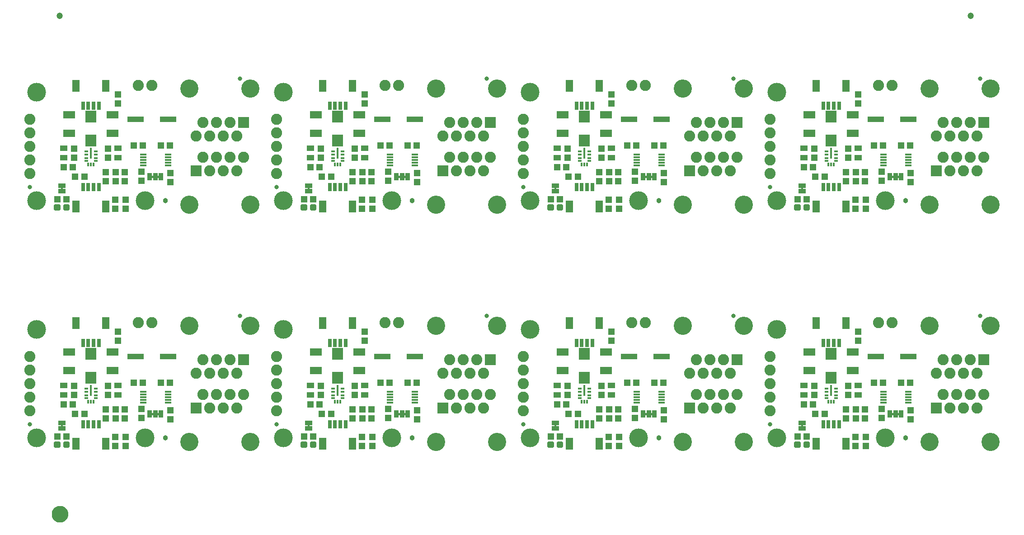
<source format=gts>
G04 EAGLE Gerber RS-274X export*
G75*
%MOMM*%
%FSLAX34Y34*%
%LPD*%
%INSoldermask Top*%
%IPPOS*%
%AMOC8*
5,1,8,0,0,1.08239X$1,22.5*%
G01*
%ADD10R,1.403200X2.203200*%
%ADD11R,0.803200X1.553200*%
%ADD12R,1.303200X0.453200*%
%ADD13R,1.303200X1.203200*%
%ADD14R,1.203200X1.303200*%
%ADD15C,2.082800*%
%ADD16R,2.082800X2.082800*%
%ADD17C,3.403200*%
%ADD18R,0.863600X1.473200*%
%ADD19C,3.505200*%
%ADD20C,0.838200*%
%ADD21C,0.505344*%
%ADD22R,1.473200X0.863600*%
%ADD23R,2.003200X2.203200*%
%ADD24R,0.803200X0.453200*%
%ADD25R,0.453200X0.803200*%
%ADD26R,0.453200X2.027200*%
%ADD27R,2.263200X1.473200*%
%ADD28R,1.403200X1.003200*%
%ADD29C,0.965200*%
%ADD30R,3.103200X1.103200*%
%ADD31C,1.203200*%
%ADD32C,1.270000*%
%ADD33C,1.703200*%

G36*
X1460565Y426732D02*
X1460565Y426732D01*
X1460631Y426734D01*
X1460674Y426752D01*
X1460721Y426760D01*
X1460778Y426794D01*
X1460838Y426819D01*
X1460873Y426850D01*
X1460914Y426875D01*
X1460956Y426926D01*
X1461004Y426970D01*
X1461026Y427012D01*
X1461055Y427049D01*
X1461076Y427111D01*
X1461107Y427170D01*
X1461115Y427224D01*
X1461127Y427261D01*
X1461126Y427301D01*
X1461134Y427355D01*
X1461134Y431165D01*
X1461123Y431230D01*
X1461121Y431296D01*
X1461103Y431339D01*
X1461095Y431386D01*
X1461061Y431443D01*
X1461036Y431503D01*
X1461005Y431538D01*
X1460980Y431579D01*
X1460929Y431621D01*
X1460885Y431669D01*
X1460843Y431691D01*
X1460806Y431720D01*
X1460744Y431741D01*
X1460685Y431772D01*
X1460631Y431780D01*
X1460594Y431792D01*
X1460554Y431791D01*
X1460500Y431799D01*
X1457960Y431799D01*
X1457895Y431788D01*
X1457829Y431786D01*
X1457786Y431768D01*
X1457739Y431760D01*
X1457682Y431726D01*
X1457622Y431701D01*
X1457587Y431670D01*
X1457546Y431645D01*
X1457505Y431594D01*
X1457456Y431550D01*
X1457434Y431508D01*
X1457405Y431471D01*
X1457384Y431409D01*
X1457353Y431350D01*
X1457345Y431296D01*
X1457333Y431259D01*
X1457333Y431255D01*
X1457333Y431254D01*
X1457334Y431219D01*
X1457326Y431165D01*
X1457326Y427355D01*
X1457337Y427290D01*
X1457339Y427224D01*
X1457357Y427181D01*
X1457365Y427134D01*
X1457399Y427077D01*
X1457424Y427017D01*
X1457455Y426982D01*
X1457480Y426941D01*
X1457531Y426900D01*
X1457575Y426851D01*
X1457617Y426829D01*
X1457654Y426800D01*
X1457716Y426779D01*
X1457775Y426748D01*
X1457829Y426740D01*
X1457866Y426728D01*
X1457906Y426729D01*
X1457960Y426721D01*
X1460500Y426721D01*
X1460565Y426732D01*
G37*
G36*
X998285Y426732D02*
X998285Y426732D01*
X998351Y426734D01*
X998394Y426752D01*
X998441Y426760D01*
X998498Y426794D01*
X998558Y426819D01*
X998593Y426850D01*
X998634Y426875D01*
X998676Y426926D01*
X998724Y426970D01*
X998746Y427012D01*
X998775Y427049D01*
X998796Y427111D01*
X998827Y427170D01*
X998835Y427224D01*
X998847Y427261D01*
X998846Y427301D01*
X998854Y427355D01*
X998854Y431165D01*
X998843Y431230D01*
X998841Y431296D01*
X998823Y431339D01*
X998815Y431386D01*
X998781Y431443D01*
X998756Y431503D01*
X998725Y431538D01*
X998700Y431579D01*
X998649Y431621D01*
X998605Y431669D01*
X998563Y431691D01*
X998526Y431720D01*
X998464Y431741D01*
X998405Y431772D01*
X998351Y431780D01*
X998314Y431792D01*
X998274Y431791D01*
X998220Y431799D01*
X995680Y431799D01*
X995615Y431788D01*
X995549Y431786D01*
X995506Y431768D01*
X995459Y431760D01*
X995402Y431726D01*
X995342Y431701D01*
X995307Y431670D01*
X995266Y431645D01*
X995225Y431594D01*
X995176Y431550D01*
X995154Y431508D01*
X995125Y431471D01*
X995104Y431409D01*
X995073Y431350D01*
X995065Y431296D01*
X995053Y431259D01*
X995053Y431255D01*
X995053Y431254D01*
X995054Y431219D01*
X995046Y431165D01*
X995046Y427355D01*
X995057Y427290D01*
X995059Y427224D01*
X995077Y427181D01*
X995085Y427134D01*
X995119Y427077D01*
X995144Y427017D01*
X995175Y426982D01*
X995200Y426941D01*
X995251Y426900D01*
X995295Y426851D01*
X995337Y426829D01*
X995374Y426800D01*
X995436Y426779D01*
X995495Y426748D01*
X995549Y426740D01*
X995586Y426728D01*
X995626Y426729D01*
X995680Y426721D01*
X998220Y426721D01*
X998285Y426732D01*
G37*
G36*
X536005Y426732D02*
X536005Y426732D01*
X536071Y426734D01*
X536114Y426752D01*
X536161Y426760D01*
X536218Y426794D01*
X536278Y426819D01*
X536313Y426850D01*
X536354Y426875D01*
X536396Y426926D01*
X536444Y426970D01*
X536466Y427012D01*
X536495Y427049D01*
X536516Y427111D01*
X536547Y427170D01*
X536555Y427224D01*
X536567Y427261D01*
X536566Y427301D01*
X536574Y427355D01*
X536574Y431165D01*
X536563Y431230D01*
X536561Y431296D01*
X536543Y431339D01*
X536535Y431386D01*
X536501Y431443D01*
X536476Y431503D01*
X536445Y431538D01*
X536420Y431579D01*
X536369Y431621D01*
X536325Y431669D01*
X536283Y431691D01*
X536246Y431720D01*
X536184Y431741D01*
X536125Y431772D01*
X536071Y431780D01*
X536034Y431792D01*
X535994Y431791D01*
X535940Y431799D01*
X533400Y431799D01*
X533335Y431788D01*
X533269Y431786D01*
X533226Y431768D01*
X533179Y431760D01*
X533122Y431726D01*
X533062Y431701D01*
X533027Y431670D01*
X532986Y431645D01*
X532945Y431594D01*
X532896Y431550D01*
X532874Y431508D01*
X532845Y431471D01*
X532824Y431409D01*
X532793Y431350D01*
X532785Y431296D01*
X532773Y431259D01*
X532773Y431255D01*
X532773Y431254D01*
X532774Y431219D01*
X532766Y431165D01*
X532766Y427355D01*
X532777Y427290D01*
X532779Y427224D01*
X532797Y427181D01*
X532805Y427134D01*
X532839Y427077D01*
X532864Y427017D01*
X532895Y426982D01*
X532920Y426941D01*
X532971Y426900D01*
X533015Y426851D01*
X533057Y426829D01*
X533094Y426800D01*
X533156Y426779D01*
X533215Y426748D01*
X533269Y426740D01*
X533306Y426728D01*
X533346Y426729D01*
X533400Y426721D01*
X535940Y426721D01*
X536005Y426732D01*
G37*
G36*
X73725Y426732D02*
X73725Y426732D01*
X73791Y426734D01*
X73834Y426752D01*
X73881Y426760D01*
X73938Y426794D01*
X73998Y426819D01*
X74033Y426850D01*
X74074Y426875D01*
X74116Y426926D01*
X74164Y426970D01*
X74186Y427012D01*
X74215Y427049D01*
X74236Y427111D01*
X74267Y427170D01*
X74275Y427224D01*
X74287Y427261D01*
X74286Y427301D01*
X74294Y427355D01*
X74294Y431165D01*
X74283Y431230D01*
X74281Y431296D01*
X74263Y431339D01*
X74255Y431386D01*
X74221Y431443D01*
X74196Y431503D01*
X74165Y431538D01*
X74140Y431579D01*
X74089Y431621D01*
X74045Y431669D01*
X74003Y431691D01*
X73966Y431720D01*
X73904Y431741D01*
X73845Y431772D01*
X73791Y431780D01*
X73754Y431792D01*
X73714Y431791D01*
X73660Y431799D01*
X71120Y431799D01*
X71055Y431788D01*
X70989Y431786D01*
X70946Y431768D01*
X70899Y431760D01*
X70842Y431726D01*
X70782Y431701D01*
X70747Y431670D01*
X70706Y431645D01*
X70665Y431594D01*
X70616Y431550D01*
X70594Y431508D01*
X70565Y431471D01*
X70544Y431409D01*
X70513Y431350D01*
X70505Y431296D01*
X70493Y431259D01*
X70493Y431255D01*
X70493Y431254D01*
X70494Y431219D01*
X70486Y431165D01*
X70486Y427355D01*
X70497Y427290D01*
X70499Y427224D01*
X70517Y427181D01*
X70525Y427134D01*
X70559Y427077D01*
X70584Y427017D01*
X70615Y426982D01*
X70640Y426941D01*
X70691Y426900D01*
X70735Y426851D01*
X70777Y426829D01*
X70814Y426800D01*
X70876Y426779D01*
X70935Y426748D01*
X70989Y426740D01*
X71026Y426728D01*
X71066Y426729D01*
X71120Y426721D01*
X73660Y426721D01*
X73725Y426732D01*
G37*
G36*
X1460565Y-17768D02*
X1460565Y-17768D01*
X1460631Y-17766D01*
X1460674Y-17748D01*
X1460721Y-17740D01*
X1460778Y-17706D01*
X1460838Y-17681D01*
X1460873Y-17650D01*
X1460914Y-17625D01*
X1460956Y-17574D01*
X1461004Y-17530D01*
X1461026Y-17488D01*
X1461055Y-17451D01*
X1461076Y-17389D01*
X1461107Y-17330D01*
X1461115Y-17276D01*
X1461127Y-17239D01*
X1461126Y-17199D01*
X1461134Y-17145D01*
X1461134Y-13335D01*
X1461123Y-13270D01*
X1461121Y-13204D01*
X1461103Y-13161D01*
X1461095Y-13114D01*
X1461061Y-13057D01*
X1461036Y-12997D01*
X1461005Y-12962D01*
X1460980Y-12921D01*
X1460929Y-12880D01*
X1460885Y-12831D01*
X1460843Y-12809D01*
X1460806Y-12780D01*
X1460744Y-12759D01*
X1460685Y-12728D01*
X1460631Y-12720D01*
X1460594Y-12708D01*
X1460554Y-12709D01*
X1460500Y-12701D01*
X1457960Y-12701D01*
X1457895Y-12712D01*
X1457829Y-12714D01*
X1457786Y-12732D01*
X1457739Y-12740D01*
X1457682Y-12774D01*
X1457622Y-12799D01*
X1457587Y-12830D01*
X1457546Y-12855D01*
X1457505Y-12906D01*
X1457456Y-12950D01*
X1457434Y-12992D01*
X1457405Y-13029D01*
X1457384Y-13091D01*
X1457353Y-13150D01*
X1457345Y-13204D01*
X1457333Y-13241D01*
X1457333Y-13245D01*
X1457333Y-13246D01*
X1457334Y-13281D01*
X1457326Y-13335D01*
X1457326Y-17145D01*
X1457337Y-17210D01*
X1457339Y-17276D01*
X1457357Y-17319D01*
X1457365Y-17366D01*
X1457399Y-17423D01*
X1457424Y-17483D01*
X1457455Y-17518D01*
X1457480Y-17559D01*
X1457531Y-17601D01*
X1457575Y-17649D01*
X1457617Y-17671D01*
X1457654Y-17700D01*
X1457716Y-17721D01*
X1457775Y-17752D01*
X1457829Y-17760D01*
X1457866Y-17772D01*
X1457906Y-17771D01*
X1457960Y-17779D01*
X1460500Y-17779D01*
X1460565Y-17768D01*
G37*
G36*
X998285Y-17768D02*
X998285Y-17768D01*
X998351Y-17766D01*
X998394Y-17748D01*
X998441Y-17740D01*
X998498Y-17706D01*
X998558Y-17681D01*
X998593Y-17650D01*
X998634Y-17625D01*
X998676Y-17574D01*
X998724Y-17530D01*
X998746Y-17488D01*
X998775Y-17451D01*
X998796Y-17389D01*
X998827Y-17330D01*
X998835Y-17276D01*
X998847Y-17239D01*
X998846Y-17199D01*
X998854Y-17145D01*
X998854Y-13335D01*
X998843Y-13270D01*
X998841Y-13204D01*
X998823Y-13161D01*
X998815Y-13114D01*
X998781Y-13057D01*
X998756Y-12997D01*
X998725Y-12962D01*
X998700Y-12921D01*
X998649Y-12880D01*
X998605Y-12831D01*
X998563Y-12809D01*
X998526Y-12780D01*
X998464Y-12759D01*
X998405Y-12728D01*
X998351Y-12720D01*
X998314Y-12708D01*
X998274Y-12709D01*
X998220Y-12701D01*
X995680Y-12701D01*
X995615Y-12712D01*
X995549Y-12714D01*
X995506Y-12732D01*
X995459Y-12740D01*
X995402Y-12774D01*
X995342Y-12799D01*
X995307Y-12830D01*
X995266Y-12855D01*
X995225Y-12906D01*
X995176Y-12950D01*
X995154Y-12992D01*
X995125Y-13029D01*
X995104Y-13091D01*
X995073Y-13150D01*
X995065Y-13204D01*
X995053Y-13241D01*
X995053Y-13245D01*
X995053Y-13246D01*
X995054Y-13281D01*
X995046Y-13335D01*
X995046Y-17145D01*
X995057Y-17210D01*
X995059Y-17276D01*
X995077Y-17319D01*
X995085Y-17366D01*
X995119Y-17423D01*
X995144Y-17483D01*
X995175Y-17518D01*
X995200Y-17559D01*
X995251Y-17601D01*
X995295Y-17649D01*
X995337Y-17671D01*
X995374Y-17700D01*
X995436Y-17721D01*
X995495Y-17752D01*
X995549Y-17760D01*
X995586Y-17772D01*
X995626Y-17771D01*
X995680Y-17779D01*
X998220Y-17779D01*
X998285Y-17768D01*
G37*
G36*
X536005Y-17768D02*
X536005Y-17768D01*
X536071Y-17766D01*
X536114Y-17748D01*
X536161Y-17740D01*
X536218Y-17706D01*
X536278Y-17681D01*
X536313Y-17650D01*
X536354Y-17625D01*
X536396Y-17574D01*
X536444Y-17530D01*
X536466Y-17488D01*
X536495Y-17451D01*
X536516Y-17389D01*
X536547Y-17330D01*
X536555Y-17276D01*
X536567Y-17239D01*
X536566Y-17199D01*
X536574Y-17145D01*
X536574Y-13335D01*
X536563Y-13270D01*
X536561Y-13204D01*
X536543Y-13161D01*
X536535Y-13114D01*
X536501Y-13057D01*
X536476Y-12997D01*
X536445Y-12962D01*
X536420Y-12921D01*
X536369Y-12880D01*
X536325Y-12831D01*
X536283Y-12809D01*
X536246Y-12780D01*
X536184Y-12759D01*
X536125Y-12728D01*
X536071Y-12720D01*
X536034Y-12708D01*
X535994Y-12709D01*
X535940Y-12701D01*
X533400Y-12701D01*
X533335Y-12712D01*
X533269Y-12714D01*
X533226Y-12732D01*
X533179Y-12740D01*
X533122Y-12774D01*
X533062Y-12799D01*
X533027Y-12830D01*
X532986Y-12855D01*
X532945Y-12906D01*
X532896Y-12950D01*
X532874Y-12992D01*
X532845Y-13029D01*
X532824Y-13091D01*
X532793Y-13150D01*
X532785Y-13204D01*
X532773Y-13241D01*
X532773Y-13245D01*
X532773Y-13246D01*
X532774Y-13281D01*
X532766Y-13335D01*
X532766Y-17145D01*
X532777Y-17210D01*
X532779Y-17276D01*
X532797Y-17319D01*
X532805Y-17366D01*
X532839Y-17423D01*
X532864Y-17483D01*
X532895Y-17518D01*
X532920Y-17559D01*
X532971Y-17601D01*
X533015Y-17649D01*
X533057Y-17671D01*
X533094Y-17700D01*
X533156Y-17721D01*
X533215Y-17752D01*
X533269Y-17760D01*
X533306Y-17772D01*
X533346Y-17771D01*
X533400Y-17779D01*
X535940Y-17779D01*
X536005Y-17768D01*
G37*
G36*
X73725Y-17768D02*
X73725Y-17768D01*
X73791Y-17766D01*
X73834Y-17748D01*
X73881Y-17740D01*
X73938Y-17706D01*
X73998Y-17681D01*
X74033Y-17650D01*
X74074Y-17625D01*
X74116Y-17574D01*
X74164Y-17530D01*
X74186Y-17488D01*
X74215Y-17451D01*
X74236Y-17389D01*
X74267Y-17330D01*
X74275Y-17276D01*
X74287Y-17239D01*
X74286Y-17199D01*
X74294Y-17145D01*
X74294Y-13335D01*
X74283Y-13270D01*
X74281Y-13204D01*
X74263Y-13161D01*
X74255Y-13114D01*
X74221Y-13057D01*
X74196Y-12997D01*
X74165Y-12962D01*
X74140Y-12921D01*
X74089Y-12880D01*
X74045Y-12831D01*
X74003Y-12809D01*
X73966Y-12780D01*
X73904Y-12759D01*
X73845Y-12728D01*
X73791Y-12720D01*
X73754Y-12708D01*
X73714Y-12709D01*
X73660Y-12701D01*
X71120Y-12701D01*
X71055Y-12712D01*
X70989Y-12714D01*
X70946Y-12732D01*
X70899Y-12740D01*
X70842Y-12774D01*
X70782Y-12799D01*
X70747Y-12830D01*
X70706Y-12855D01*
X70665Y-12906D01*
X70616Y-12950D01*
X70594Y-12992D01*
X70565Y-13029D01*
X70544Y-13091D01*
X70513Y-13150D01*
X70505Y-13204D01*
X70493Y-13241D01*
X70493Y-13245D01*
X70493Y-13246D01*
X70494Y-13281D01*
X70486Y-13335D01*
X70486Y-17145D01*
X70497Y-17210D01*
X70499Y-17276D01*
X70517Y-17319D01*
X70525Y-17366D01*
X70559Y-17423D01*
X70584Y-17483D01*
X70615Y-17518D01*
X70640Y-17559D01*
X70691Y-17601D01*
X70735Y-17649D01*
X70777Y-17671D01*
X70814Y-17700D01*
X70876Y-17721D01*
X70935Y-17752D01*
X70989Y-17760D01*
X71026Y-17772D01*
X71066Y-17771D01*
X71120Y-17779D01*
X73660Y-17779D01*
X73725Y-17768D01*
G37*
G36*
X1641540Y448957D02*
X1641540Y448957D01*
X1641606Y448959D01*
X1641649Y448977D01*
X1641696Y448985D01*
X1641753Y449019D01*
X1641813Y449044D01*
X1641848Y449075D01*
X1641889Y449100D01*
X1641931Y449151D01*
X1641979Y449195D01*
X1642001Y449237D01*
X1642030Y449274D01*
X1642051Y449336D01*
X1642082Y449395D01*
X1642090Y449449D01*
X1642102Y449486D01*
X1642101Y449526D01*
X1642109Y449580D01*
X1642109Y452120D01*
X1642098Y452185D01*
X1642096Y452251D01*
X1642078Y452294D01*
X1642070Y452341D01*
X1642036Y452398D01*
X1642011Y452458D01*
X1641980Y452493D01*
X1641955Y452534D01*
X1641904Y452576D01*
X1641860Y452624D01*
X1641818Y452646D01*
X1641781Y452675D01*
X1641719Y452696D01*
X1641660Y452727D01*
X1641606Y452735D01*
X1641569Y452747D01*
X1641529Y452746D01*
X1641475Y452754D01*
X1637665Y452754D01*
X1637600Y452743D01*
X1637534Y452741D01*
X1637491Y452723D01*
X1637444Y452715D01*
X1637387Y452681D01*
X1637327Y452656D01*
X1637292Y452625D01*
X1637251Y452600D01*
X1637210Y452549D01*
X1637161Y452505D01*
X1637139Y452463D01*
X1637110Y452426D01*
X1637089Y452364D01*
X1637058Y452305D01*
X1637050Y452251D01*
X1637038Y452214D01*
X1637038Y452211D01*
X1637039Y452174D01*
X1637031Y452120D01*
X1637031Y449580D01*
X1637042Y449515D01*
X1637044Y449449D01*
X1637062Y449406D01*
X1637070Y449359D01*
X1637104Y449302D01*
X1637129Y449242D01*
X1637160Y449207D01*
X1637185Y449166D01*
X1637236Y449125D01*
X1637280Y449076D01*
X1637322Y449054D01*
X1637359Y449025D01*
X1637421Y449004D01*
X1637480Y448973D01*
X1637534Y448965D01*
X1637571Y448953D01*
X1637611Y448954D01*
X1637665Y448946D01*
X1641475Y448946D01*
X1641540Y448957D01*
G37*
G36*
X716980Y448957D02*
X716980Y448957D01*
X717046Y448959D01*
X717089Y448977D01*
X717136Y448985D01*
X717193Y449019D01*
X717253Y449044D01*
X717288Y449075D01*
X717329Y449100D01*
X717371Y449151D01*
X717419Y449195D01*
X717441Y449237D01*
X717470Y449274D01*
X717491Y449336D01*
X717522Y449395D01*
X717530Y449449D01*
X717542Y449486D01*
X717541Y449526D01*
X717549Y449580D01*
X717549Y452120D01*
X717538Y452185D01*
X717536Y452251D01*
X717518Y452294D01*
X717510Y452341D01*
X717476Y452398D01*
X717451Y452458D01*
X717420Y452493D01*
X717395Y452534D01*
X717344Y452576D01*
X717300Y452624D01*
X717258Y452646D01*
X717221Y452675D01*
X717159Y452696D01*
X717100Y452727D01*
X717046Y452735D01*
X717009Y452747D01*
X716969Y452746D01*
X716915Y452754D01*
X713105Y452754D01*
X713040Y452743D01*
X712974Y452741D01*
X712931Y452723D01*
X712884Y452715D01*
X712827Y452681D01*
X712767Y452656D01*
X712732Y452625D01*
X712691Y452600D01*
X712650Y452549D01*
X712601Y452505D01*
X712579Y452463D01*
X712550Y452426D01*
X712529Y452364D01*
X712498Y452305D01*
X712490Y452251D01*
X712478Y452214D01*
X712478Y452211D01*
X712479Y452174D01*
X712471Y452120D01*
X712471Y449580D01*
X712482Y449515D01*
X712484Y449449D01*
X712502Y449406D01*
X712510Y449359D01*
X712544Y449302D01*
X712569Y449242D01*
X712600Y449207D01*
X712625Y449166D01*
X712676Y449125D01*
X712720Y449076D01*
X712762Y449054D01*
X712799Y449025D01*
X712861Y449004D01*
X712920Y448973D01*
X712974Y448965D01*
X713011Y448953D01*
X713051Y448954D01*
X713105Y448946D01*
X716915Y448946D01*
X716980Y448957D01*
G37*
G36*
X254700Y448957D02*
X254700Y448957D01*
X254766Y448959D01*
X254809Y448977D01*
X254856Y448985D01*
X254913Y449019D01*
X254973Y449044D01*
X255008Y449075D01*
X255049Y449100D01*
X255091Y449151D01*
X255139Y449195D01*
X255161Y449237D01*
X255190Y449274D01*
X255211Y449336D01*
X255242Y449395D01*
X255250Y449449D01*
X255262Y449486D01*
X255261Y449526D01*
X255269Y449580D01*
X255269Y452120D01*
X255258Y452185D01*
X255256Y452251D01*
X255238Y452294D01*
X255230Y452341D01*
X255196Y452398D01*
X255171Y452458D01*
X255140Y452493D01*
X255115Y452534D01*
X255064Y452576D01*
X255020Y452624D01*
X254978Y452646D01*
X254941Y452675D01*
X254879Y452696D01*
X254820Y452727D01*
X254766Y452735D01*
X254729Y452747D01*
X254689Y452746D01*
X254635Y452754D01*
X250825Y452754D01*
X250760Y452743D01*
X250694Y452741D01*
X250651Y452723D01*
X250604Y452715D01*
X250547Y452681D01*
X250487Y452656D01*
X250452Y452625D01*
X250411Y452600D01*
X250370Y452549D01*
X250321Y452505D01*
X250299Y452463D01*
X250270Y452426D01*
X250249Y452364D01*
X250218Y452305D01*
X250210Y452251D01*
X250198Y452214D01*
X250198Y452211D01*
X250199Y452174D01*
X250191Y452120D01*
X250191Y449580D01*
X250202Y449515D01*
X250204Y449449D01*
X250222Y449406D01*
X250230Y449359D01*
X250264Y449302D01*
X250289Y449242D01*
X250320Y449207D01*
X250345Y449166D01*
X250396Y449125D01*
X250440Y449076D01*
X250482Y449054D01*
X250519Y449025D01*
X250581Y449004D01*
X250640Y448973D01*
X250694Y448965D01*
X250731Y448953D01*
X250771Y448954D01*
X250825Y448946D01*
X254635Y448946D01*
X254700Y448957D01*
G37*
G36*
X1179260Y448957D02*
X1179260Y448957D01*
X1179326Y448959D01*
X1179369Y448977D01*
X1179416Y448985D01*
X1179473Y449019D01*
X1179533Y449044D01*
X1179568Y449075D01*
X1179609Y449100D01*
X1179651Y449151D01*
X1179699Y449195D01*
X1179721Y449237D01*
X1179750Y449274D01*
X1179771Y449336D01*
X1179802Y449395D01*
X1179810Y449449D01*
X1179822Y449486D01*
X1179821Y449526D01*
X1179829Y449580D01*
X1179829Y452120D01*
X1179818Y452185D01*
X1179816Y452251D01*
X1179798Y452294D01*
X1179790Y452341D01*
X1179756Y452398D01*
X1179731Y452458D01*
X1179700Y452493D01*
X1179675Y452534D01*
X1179624Y452576D01*
X1179580Y452624D01*
X1179538Y452646D01*
X1179501Y452675D01*
X1179439Y452696D01*
X1179380Y452727D01*
X1179326Y452735D01*
X1179289Y452747D01*
X1179249Y452746D01*
X1179195Y452754D01*
X1175385Y452754D01*
X1175320Y452743D01*
X1175254Y452741D01*
X1175211Y452723D01*
X1175164Y452715D01*
X1175107Y452681D01*
X1175047Y452656D01*
X1175012Y452625D01*
X1174971Y452600D01*
X1174930Y452549D01*
X1174881Y452505D01*
X1174859Y452463D01*
X1174830Y452426D01*
X1174809Y452364D01*
X1174778Y452305D01*
X1174770Y452251D01*
X1174758Y452214D01*
X1174758Y452211D01*
X1174759Y452174D01*
X1174751Y452120D01*
X1174751Y449580D01*
X1174762Y449515D01*
X1174764Y449449D01*
X1174782Y449406D01*
X1174790Y449359D01*
X1174824Y449302D01*
X1174849Y449242D01*
X1174880Y449207D01*
X1174905Y449166D01*
X1174956Y449125D01*
X1175000Y449076D01*
X1175042Y449054D01*
X1175079Y449025D01*
X1175141Y449004D01*
X1175200Y448973D01*
X1175254Y448965D01*
X1175291Y448953D01*
X1175331Y448954D01*
X1175385Y448946D01*
X1179195Y448946D01*
X1179260Y448957D01*
G37*
G36*
X706820Y448957D02*
X706820Y448957D01*
X706886Y448959D01*
X706929Y448977D01*
X706976Y448985D01*
X707033Y449019D01*
X707093Y449044D01*
X707128Y449075D01*
X707169Y449100D01*
X707211Y449151D01*
X707259Y449195D01*
X707281Y449237D01*
X707310Y449274D01*
X707331Y449336D01*
X707362Y449395D01*
X707370Y449449D01*
X707382Y449486D01*
X707381Y449526D01*
X707389Y449580D01*
X707389Y452120D01*
X707378Y452185D01*
X707376Y452251D01*
X707358Y452294D01*
X707350Y452341D01*
X707316Y452398D01*
X707291Y452458D01*
X707260Y452493D01*
X707235Y452534D01*
X707184Y452576D01*
X707140Y452624D01*
X707098Y452646D01*
X707061Y452675D01*
X706999Y452696D01*
X706940Y452727D01*
X706886Y452735D01*
X706849Y452747D01*
X706809Y452746D01*
X706755Y452754D01*
X702945Y452754D01*
X702880Y452743D01*
X702814Y452741D01*
X702771Y452723D01*
X702724Y452715D01*
X702667Y452681D01*
X702607Y452656D01*
X702572Y452625D01*
X702531Y452600D01*
X702490Y452549D01*
X702441Y452505D01*
X702419Y452463D01*
X702390Y452426D01*
X702369Y452364D01*
X702338Y452305D01*
X702330Y452251D01*
X702318Y452214D01*
X702318Y452211D01*
X702319Y452174D01*
X702311Y452120D01*
X702311Y449580D01*
X702322Y449515D01*
X702324Y449449D01*
X702342Y449406D01*
X702350Y449359D01*
X702384Y449302D01*
X702409Y449242D01*
X702440Y449207D01*
X702465Y449166D01*
X702516Y449125D01*
X702560Y449076D01*
X702602Y449054D01*
X702639Y449025D01*
X702701Y449004D01*
X702760Y448973D01*
X702814Y448965D01*
X702851Y448953D01*
X702891Y448954D01*
X702945Y448946D01*
X706755Y448946D01*
X706820Y448957D01*
G37*
G36*
X1631380Y448957D02*
X1631380Y448957D01*
X1631446Y448959D01*
X1631489Y448977D01*
X1631536Y448985D01*
X1631593Y449019D01*
X1631653Y449044D01*
X1631688Y449075D01*
X1631729Y449100D01*
X1631771Y449151D01*
X1631819Y449195D01*
X1631841Y449237D01*
X1631870Y449274D01*
X1631891Y449336D01*
X1631922Y449395D01*
X1631930Y449449D01*
X1631942Y449486D01*
X1631941Y449526D01*
X1631949Y449580D01*
X1631949Y452120D01*
X1631938Y452185D01*
X1631936Y452251D01*
X1631918Y452294D01*
X1631910Y452341D01*
X1631876Y452398D01*
X1631851Y452458D01*
X1631820Y452493D01*
X1631795Y452534D01*
X1631744Y452576D01*
X1631700Y452624D01*
X1631658Y452646D01*
X1631621Y452675D01*
X1631559Y452696D01*
X1631500Y452727D01*
X1631446Y452735D01*
X1631409Y452747D01*
X1631369Y452746D01*
X1631315Y452754D01*
X1627505Y452754D01*
X1627440Y452743D01*
X1627374Y452741D01*
X1627331Y452723D01*
X1627284Y452715D01*
X1627227Y452681D01*
X1627167Y452656D01*
X1627132Y452625D01*
X1627091Y452600D01*
X1627050Y452549D01*
X1627001Y452505D01*
X1626979Y452463D01*
X1626950Y452426D01*
X1626929Y452364D01*
X1626898Y452305D01*
X1626890Y452251D01*
X1626878Y452214D01*
X1626878Y452211D01*
X1626879Y452174D01*
X1626871Y452120D01*
X1626871Y449580D01*
X1626882Y449515D01*
X1626884Y449449D01*
X1626902Y449406D01*
X1626910Y449359D01*
X1626944Y449302D01*
X1626969Y449242D01*
X1627000Y449207D01*
X1627025Y449166D01*
X1627076Y449125D01*
X1627120Y449076D01*
X1627162Y449054D01*
X1627199Y449025D01*
X1627261Y449004D01*
X1627320Y448973D01*
X1627374Y448965D01*
X1627411Y448953D01*
X1627451Y448954D01*
X1627505Y448946D01*
X1631315Y448946D01*
X1631380Y448957D01*
G37*
G36*
X244540Y448957D02*
X244540Y448957D01*
X244606Y448959D01*
X244649Y448977D01*
X244696Y448985D01*
X244753Y449019D01*
X244813Y449044D01*
X244848Y449075D01*
X244889Y449100D01*
X244931Y449151D01*
X244979Y449195D01*
X245001Y449237D01*
X245030Y449274D01*
X245051Y449336D01*
X245082Y449395D01*
X245090Y449449D01*
X245102Y449486D01*
X245101Y449526D01*
X245109Y449580D01*
X245109Y452120D01*
X245098Y452185D01*
X245096Y452251D01*
X245078Y452294D01*
X245070Y452341D01*
X245036Y452398D01*
X245011Y452458D01*
X244980Y452493D01*
X244955Y452534D01*
X244904Y452576D01*
X244860Y452624D01*
X244818Y452646D01*
X244781Y452675D01*
X244719Y452696D01*
X244660Y452727D01*
X244606Y452735D01*
X244569Y452747D01*
X244529Y452746D01*
X244475Y452754D01*
X240665Y452754D01*
X240600Y452743D01*
X240534Y452741D01*
X240491Y452723D01*
X240444Y452715D01*
X240387Y452681D01*
X240327Y452656D01*
X240292Y452625D01*
X240251Y452600D01*
X240210Y452549D01*
X240161Y452505D01*
X240139Y452463D01*
X240110Y452426D01*
X240089Y452364D01*
X240058Y452305D01*
X240050Y452251D01*
X240038Y452214D01*
X240038Y452211D01*
X240039Y452174D01*
X240031Y452120D01*
X240031Y449580D01*
X240042Y449515D01*
X240044Y449449D01*
X240062Y449406D01*
X240070Y449359D01*
X240104Y449302D01*
X240129Y449242D01*
X240160Y449207D01*
X240185Y449166D01*
X240236Y449125D01*
X240280Y449076D01*
X240322Y449054D01*
X240359Y449025D01*
X240421Y449004D01*
X240480Y448973D01*
X240534Y448965D01*
X240571Y448953D01*
X240611Y448954D01*
X240665Y448946D01*
X244475Y448946D01*
X244540Y448957D01*
G37*
G36*
X1169100Y448957D02*
X1169100Y448957D01*
X1169166Y448959D01*
X1169209Y448977D01*
X1169256Y448985D01*
X1169313Y449019D01*
X1169373Y449044D01*
X1169408Y449075D01*
X1169449Y449100D01*
X1169491Y449151D01*
X1169539Y449195D01*
X1169561Y449237D01*
X1169590Y449274D01*
X1169611Y449336D01*
X1169642Y449395D01*
X1169650Y449449D01*
X1169662Y449486D01*
X1169661Y449526D01*
X1169669Y449580D01*
X1169669Y452120D01*
X1169658Y452185D01*
X1169656Y452251D01*
X1169638Y452294D01*
X1169630Y452341D01*
X1169596Y452398D01*
X1169571Y452458D01*
X1169540Y452493D01*
X1169515Y452534D01*
X1169464Y452576D01*
X1169420Y452624D01*
X1169378Y452646D01*
X1169341Y452675D01*
X1169279Y452696D01*
X1169220Y452727D01*
X1169166Y452735D01*
X1169129Y452747D01*
X1169089Y452746D01*
X1169035Y452754D01*
X1165225Y452754D01*
X1165160Y452743D01*
X1165094Y452741D01*
X1165051Y452723D01*
X1165004Y452715D01*
X1164947Y452681D01*
X1164887Y452656D01*
X1164852Y452625D01*
X1164811Y452600D01*
X1164770Y452549D01*
X1164721Y452505D01*
X1164699Y452463D01*
X1164670Y452426D01*
X1164649Y452364D01*
X1164618Y452305D01*
X1164610Y452251D01*
X1164598Y452214D01*
X1164598Y452211D01*
X1164599Y452174D01*
X1164591Y452120D01*
X1164591Y449580D01*
X1164602Y449515D01*
X1164604Y449449D01*
X1164622Y449406D01*
X1164630Y449359D01*
X1164664Y449302D01*
X1164689Y449242D01*
X1164720Y449207D01*
X1164745Y449166D01*
X1164796Y449125D01*
X1164840Y449076D01*
X1164882Y449054D01*
X1164919Y449025D01*
X1164981Y449004D01*
X1165040Y448973D01*
X1165094Y448965D01*
X1165131Y448953D01*
X1165171Y448954D01*
X1165225Y448946D01*
X1169035Y448946D01*
X1169100Y448957D01*
G37*
G36*
X706820Y4457D02*
X706820Y4457D01*
X706886Y4459D01*
X706929Y4477D01*
X706976Y4485D01*
X707033Y4519D01*
X707093Y4544D01*
X707128Y4575D01*
X707169Y4600D01*
X707211Y4651D01*
X707259Y4695D01*
X707281Y4737D01*
X707310Y4774D01*
X707331Y4836D01*
X707362Y4895D01*
X707370Y4949D01*
X707382Y4986D01*
X707381Y5026D01*
X707389Y5080D01*
X707389Y7620D01*
X707378Y7685D01*
X707376Y7751D01*
X707358Y7794D01*
X707350Y7841D01*
X707316Y7898D01*
X707291Y7958D01*
X707260Y7993D01*
X707235Y8034D01*
X707184Y8076D01*
X707140Y8124D01*
X707098Y8146D01*
X707061Y8175D01*
X706999Y8196D01*
X706940Y8227D01*
X706886Y8235D01*
X706849Y8247D01*
X706809Y8246D01*
X706755Y8254D01*
X702945Y8254D01*
X702880Y8243D01*
X702814Y8241D01*
X702771Y8223D01*
X702724Y8215D01*
X702667Y8181D01*
X702607Y8156D01*
X702572Y8125D01*
X702531Y8100D01*
X702490Y8049D01*
X702441Y8005D01*
X702419Y7963D01*
X702390Y7926D01*
X702369Y7864D01*
X702338Y7805D01*
X702330Y7751D01*
X702318Y7714D01*
X702318Y7711D01*
X702319Y7674D01*
X702311Y7620D01*
X702311Y5080D01*
X702322Y5015D01*
X702324Y4949D01*
X702342Y4906D01*
X702350Y4859D01*
X702384Y4802D01*
X702409Y4742D01*
X702440Y4707D01*
X702465Y4666D01*
X702516Y4625D01*
X702560Y4576D01*
X702602Y4554D01*
X702639Y4525D01*
X702701Y4504D01*
X702760Y4473D01*
X702814Y4465D01*
X702851Y4453D01*
X702891Y4454D01*
X702945Y4446D01*
X706755Y4446D01*
X706820Y4457D01*
G37*
G36*
X1169100Y4457D02*
X1169100Y4457D01*
X1169166Y4459D01*
X1169209Y4477D01*
X1169256Y4485D01*
X1169313Y4519D01*
X1169373Y4544D01*
X1169408Y4575D01*
X1169449Y4600D01*
X1169491Y4651D01*
X1169539Y4695D01*
X1169561Y4737D01*
X1169590Y4774D01*
X1169611Y4836D01*
X1169642Y4895D01*
X1169650Y4949D01*
X1169662Y4986D01*
X1169661Y5026D01*
X1169669Y5080D01*
X1169669Y7620D01*
X1169658Y7685D01*
X1169656Y7751D01*
X1169638Y7794D01*
X1169630Y7841D01*
X1169596Y7898D01*
X1169571Y7958D01*
X1169540Y7993D01*
X1169515Y8034D01*
X1169464Y8076D01*
X1169420Y8124D01*
X1169378Y8146D01*
X1169341Y8175D01*
X1169279Y8196D01*
X1169220Y8227D01*
X1169166Y8235D01*
X1169129Y8247D01*
X1169089Y8246D01*
X1169035Y8254D01*
X1165225Y8254D01*
X1165160Y8243D01*
X1165094Y8241D01*
X1165051Y8223D01*
X1165004Y8215D01*
X1164947Y8181D01*
X1164887Y8156D01*
X1164852Y8125D01*
X1164811Y8100D01*
X1164770Y8049D01*
X1164721Y8005D01*
X1164699Y7963D01*
X1164670Y7926D01*
X1164649Y7864D01*
X1164618Y7805D01*
X1164610Y7751D01*
X1164598Y7714D01*
X1164598Y7711D01*
X1164599Y7674D01*
X1164591Y7620D01*
X1164591Y5080D01*
X1164602Y5015D01*
X1164604Y4949D01*
X1164622Y4906D01*
X1164630Y4859D01*
X1164664Y4802D01*
X1164689Y4742D01*
X1164720Y4707D01*
X1164745Y4666D01*
X1164796Y4625D01*
X1164840Y4576D01*
X1164882Y4554D01*
X1164919Y4525D01*
X1164981Y4504D01*
X1165040Y4473D01*
X1165094Y4465D01*
X1165131Y4453D01*
X1165171Y4454D01*
X1165225Y4446D01*
X1169035Y4446D01*
X1169100Y4457D01*
G37*
G36*
X1179260Y4457D02*
X1179260Y4457D01*
X1179326Y4459D01*
X1179369Y4477D01*
X1179416Y4485D01*
X1179473Y4519D01*
X1179533Y4544D01*
X1179568Y4575D01*
X1179609Y4600D01*
X1179651Y4651D01*
X1179699Y4695D01*
X1179721Y4737D01*
X1179750Y4774D01*
X1179771Y4836D01*
X1179802Y4895D01*
X1179810Y4949D01*
X1179822Y4986D01*
X1179821Y5026D01*
X1179829Y5080D01*
X1179829Y7620D01*
X1179818Y7685D01*
X1179816Y7751D01*
X1179798Y7794D01*
X1179790Y7841D01*
X1179756Y7898D01*
X1179731Y7958D01*
X1179700Y7993D01*
X1179675Y8034D01*
X1179624Y8076D01*
X1179580Y8124D01*
X1179538Y8146D01*
X1179501Y8175D01*
X1179439Y8196D01*
X1179380Y8227D01*
X1179326Y8235D01*
X1179289Y8247D01*
X1179249Y8246D01*
X1179195Y8254D01*
X1175385Y8254D01*
X1175320Y8243D01*
X1175254Y8241D01*
X1175211Y8223D01*
X1175164Y8215D01*
X1175107Y8181D01*
X1175047Y8156D01*
X1175012Y8125D01*
X1174971Y8100D01*
X1174930Y8049D01*
X1174881Y8005D01*
X1174859Y7963D01*
X1174830Y7926D01*
X1174809Y7864D01*
X1174778Y7805D01*
X1174770Y7751D01*
X1174758Y7714D01*
X1174758Y7711D01*
X1174759Y7674D01*
X1174751Y7620D01*
X1174751Y5080D01*
X1174762Y5015D01*
X1174764Y4949D01*
X1174782Y4906D01*
X1174790Y4859D01*
X1174824Y4802D01*
X1174849Y4742D01*
X1174880Y4707D01*
X1174905Y4666D01*
X1174956Y4625D01*
X1175000Y4576D01*
X1175042Y4554D01*
X1175079Y4525D01*
X1175141Y4504D01*
X1175200Y4473D01*
X1175254Y4465D01*
X1175291Y4453D01*
X1175331Y4454D01*
X1175385Y4446D01*
X1179195Y4446D01*
X1179260Y4457D01*
G37*
G36*
X1631380Y4457D02*
X1631380Y4457D01*
X1631446Y4459D01*
X1631489Y4477D01*
X1631536Y4485D01*
X1631593Y4519D01*
X1631653Y4544D01*
X1631688Y4575D01*
X1631729Y4600D01*
X1631771Y4651D01*
X1631819Y4695D01*
X1631841Y4737D01*
X1631870Y4774D01*
X1631891Y4836D01*
X1631922Y4895D01*
X1631930Y4949D01*
X1631942Y4986D01*
X1631941Y5026D01*
X1631949Y5080D01*
X1631949Y7620D01*
X1631938Y7685D01*
X1631936Y7751D01*
X1631918Y7794D01*
X1631910Y7841D01*
X1631876Y7898D01*
X1631851Y7958D01*
X1631820Y7993D01*
X1631795Y8034D01*
X1631744Y8076D01*
X1631700Y8124D01*
X1631658Y8146D01*
X1631621Y8175D01*
X1631559Y8196D01*
X1631500Y8227D01*
X1631446Y8235D01*
X1631409Y8247D01*
X1631369Y8246D01*
X1631315Y8254D01*
X1627505Y8254D01*
X1627440Y8243D01*
X1627374Y8241D01*
X1627331Y8223D01*
X1627284Y8215D01*
X1627227Y8181D01*
X1627167Y8156D01*
X1627132Y8125D01*
X1627091Y8100D01*
X1627050Y8049D01*
X1627001Y8005D01*
X1626979Y7963D01*
X1626950Y7926D01*
X1626929Y7864D01*
X1626898Y7805D01*
X1626890Y7751D01*
X1626878Y7714D01*
X1626878Y7711D01*
X1626879Y7674D01*
X1626871Y7620D01*
X1626871Y5080D01*
X1626882Y5015D01*
X1626884Y4949D01*
X1626902Y4906D01*
X1626910Y4859D01*
X1626944Y4802D01*
X1626969Y4742D01*
X1627000Y4707D01*
X1627025Y4666D01*
X1627076Y4625D01*
X1627120Y4576D01*
X1627162Y4554D01*
X1627199Y4525D01*
X1627261Y4504D01*
X1627320Y4473D01*
X1627374Y4465D01*
X1627411Y4453D01*
X1627451Y4454D01*
X1627505Y4446D01*
X1631315Y4446D01*
X1631380Y4457D01*
G37*
G36*
X1641540Y4457D02*
X1641540Y4457D01*
X1641606Y4459D01*
X1641649Y4477D01*
X1641696Y4485D01*
X1641753Y4519D01*
X1641813Y4544D01*
X1641848Y4575D01*
X1641889Y4600D01*
X1641931Y4651D01*
X1641979Y4695D01*
X1642001Y4737D01*
X1642030Y4774D01*
X1642051Y4836D01*
X1642082Y4895D01*
X1642090Y4949D01*
X1642102Y4986D01*
X1642101Y5026D01*
X1642109Y5080D01*
X1642109Y7620D01*
X1642098Y7685D01*
X1642096Y7751D01*
X1642078Y7794D01*
X1642070Y7841D01*
X1642036Y7898D01*
X1642011Y7958D01*
X1641980Y7993D01*
X1641955Y8034D01*
X1641904Y8076D01*
X1641860Y8124D01*
X1641818Y8146D01*
X1641781Y8175D01*
X1641719Y8196D01*
X1641660Y8227D01*
X1641606Y8235D01*
X1641569Y8247D01*
X1641529Y8246D01*
X1641475Y8254D01*
X1637665Y8254D01*
X1637600Y8243D01*
X1637534Y8241D01*
X1637491Y8223D01*
X1637444Y8215D01*
X1637387Y8181D01*
X1637327Y8156D01*
X1637292Y8125D01*
X1637251Y8100D01*
X1637210Y8049D01*
X1637161Y8005D01*
X1637139Y7963D01*
X1637110Y7926D01*
X1637089Y7864D01*
X1637058Y7805D01*
X1637050Y7751D01*
X1637038Y7714D01*
X1637038Y7711D01*
X1637039Y7674D01*
X1637031Y7620D01*
X1637031Y5080D01*
X1637042Y5015D01*
X1637044Y4949D01*
X1637062Y4906D01*
X1637070Y4859D01*
X1637104Y4802D01*
X1637129Y4742D01*
X1637160Y4707D01*
X1637185Y4666D01*
X1637236Y4625D01*
X1637280Y4576D01*
X1637322Y4554D01*
X1637359Y4525D01*
X1637421Y4504D01*
X1637480Y4473D01*
X1637534Y4465D01*
X1637571Y4453D01*
X1637611Y4454D01*
X1637665Y4446D01*
X1641475Y4446D01*
X1641540Y4457D01*
G37*
G36*
X254700Y4457D02*
X254700Y4457D01*
X254766Y4459D01*
X254809Y4477D01*
X254856Y4485D01*
X254913Y4519D01*
X254973Y4544D01*
X255008Y4575D01*
X255049Y4600D01*
X255091Y4651D01*
X255139Y4695D01*
X255161Y4737D01*
X255190Y4774D01*
X255211Y4836D01*
X255242Y4895D01*
X255250Y4949D01*
X255262Y4986D01*
X255261Y5026D01*
X255269Y5080D01*
X255269Y7620D01*
X255258Y7685D01*
X255256Y7751D01*
X255238Y7794D01*
X255230Y7841D01*
X255196Y7898D01*
X255171Y7958D01*
X255140Y7993D01*
X255115Y8034D01*
X255064Y8076D01*
X255020Y8124D01*
X254978Y8146D01*
X254941Y8175D01*
X254879Y8196D01*
X254820Y8227D01*
X254766Y8235D01*
X254729Y8247D01*
X254689Y8246D01*
X254635Y8254D01*
X250825Y8254D01*
X250760Y8243D01*
X250694Y8241D01*
X250651Y8223D01*
X250604Y8215D01*
X250547Y8181D01*
X250487Y8156D01*
X250452Y8125D01*
X250411Y8100D01*
X250370Y8049D01*
X250321Y8005D01*
X250299Y7963D01*
X250270Y7926D01*
X250249Y7864D01*
X250218Y7805D01*
X250210Y7751D01*
X250198Y7714D01*
X250198Y7711D01*
X250199Y7674D01*
X250191Y7620D01*
X250191Y5080D01*
X250202Y5015D01*
X250204Y4949D01*
X250222Y4906D01*
X250230Y4859D01*
X250264Y4802D01*
X250289Y4742D01*
X250320Y4707D01*
X250345Y4666D01*
X250396Y4625D01*
X250440Y4576D01*
X250482Y4554D01*
X250519Y4525D01*
X250581Y4504D01*
X250640Y4473D01*
X250694Y4465D01*
X250731Y4453D01*
X250771Y4454D01*
X250825Y4446D01*
X254635Y4446D01*
X254700Y4457D01*
G37*
G36*
X716980Y4457D02*
X716980Y4457D01*
X717046Y4459D01*
X717089Y4477D01*
X717136Y4485D01*
X717193Y4519D01*
X717253Y4544D01*
X717288Y4575D01*
X717329Y4600D01*
X717371Y4651D01*
X717419Y4695D01*
X717441Y4737D01*
X717470Y4774D01*
X717491Y4836D01*
X717522Y4895D01*
X717530Y4949D01*
X717542Y4986D01*
X717541Y5026D01*
X717549Y5080D01*
X717549Y7620D01*
X717538Y7685D01*
X717536Y7751D01*
X717518Y7794D01*
X717510Y7841D01*
X717476Y7898D01*
X717451Y7958D01*
X717420Y7993D01*
X717395Y8034D01*
X717344Y8076D01*
X717300Y8124D01*
X717258Y8146D01*
X717221Y8175D01*
X717159Y8196D01*
X717100Y8227D01*
X717046Y8235D01*
X717009Y8247D01*
X716969Y8246D01*
X716915Y8254D01*
X713105Y8254D01*
X713040Y8243D01*
X712974Y8241D01*
X712931Y8223D01*
X712884Y8215D01*
X712827Y8181D01*
X712767Y8156D01*
X712732Y8125D01*
X712691Y8100D01*
X712650Y8049D01*
X712601Y8005D01*
X712579Y7963D01*
X712550Y7926D01*
X712529Y7864D01*
X712498Y7805D01*
X712490Y7751D01*
X712478Y7714D01*
X712478Y7711D01*
X712479Y7674D01*
X712471Y7620D01*
X712471Y5080D01*
X712482Y5015D01*
X712484Y4949D01*
X712502Y4906D01*
X712510Y4859D01*
X712544Y4802D01*
X712569Y4742D01*
X712600Y4707D01*
X712625Y4666D01*
X712676Y4625D01*
X712720Y4576D01*
X712762Y4554D01*
X712799Y4525D01*
X712861Y4504D01*
X712920Y4473D01*
X712974Y4465D01*
X713011Y4453D01*
X713051Y4454D01*
X713105Y4446D01*
X716915Y4446D01*
X716980Y4457D01*
G37*
G36*
X244540Y4457D02*
X244540Y4457D01*
X244606Y4459D01*
X244649Y4477D01*
X244696Y4485D01*
X244753Y4519D01*
X244813Y4544D01*
X244848Y4575D01*
X244889Y4600D01*
X244931Y4651D01*
X244979Y4695D01*
X245001Y4737D01*
X245030Y4774D01*
X245051Y4836D01*
X245082Y4895D01*
X245090Y4949D01*
X245102Y4986D01*
X245101Y5026D01*
X245109Y5080D01*
X245109Y7620D01*
X245098Y7685D01*
X245096Y7751D01*
X245078Y7794D01*
X245070Y7841D01*
X245036Y7898D01*
X245011Y7958D01*
X244980Y7993D01*
X244955Y8034D01*
X244904Y8076D01*
X244860Y8124D01*
X244818Y8146D01*
X244781Y8175D01*
X244719Y8196D01*
X244660Y8227D01*
X244606Y8235D01*
X244569Y8247D01*
X244529Y8246D01*
X244475Y8254D01*
X240665Y8254D01*
X240600Y8243D01*
X240534Y8241D01*
X240491Y8223D01*
X240444Y8215D01*
X240387Y8181D01*
X240327Y8156D01*
X240292Y8125D01*
X240251Y8100D01*
X240210Y8049D01*
X240161Y8005D01*
X240139Y7963D01*
X240110Y7926D01*
X240089Y7864D01*
X240058Y7805D01*
X240050Y7751D01*
X240038Y7714D01*
X240038Y7711D01*
X240039Y7674D01*
X240031Y7620D01*
X240031Y5080D01*
X240042Y5015D01*
X240044Y4949D01*
X240062Y4906D01*
X240070Y4859D01*
X240104Y4802D01*
X240129Y4742D01*
X240160Y4707D01*
X240185Y4666D01*
X240236Y4625D01*
X240280Y4576D01*
X240322Y4554D01*
X240359Y4525D01*
X240421Y4504D01*
X240480Y4473D01*
X240534Y4465D01*
X240571Y4453D01*
X240611Y4454D01*
X240665Y4446D01*
X244475Y4446D01*
X244540Y4457D01*
G37*
D10*
X99000Y-49450D03*
X155000Y-49450D03*
D11*
X112000Y-12700D03*
X122000Y-12700D03*
X132000Y-12700D03*
X142000Y-12700D03*
D12*
X225060Y33275D03*
X225060Y38275D03*
X225060Y43275D03*
X225060Y48275D03*
X225060Y28225D03*
X271310Y33275D03*
X271310Y38275D03*
X271310Y43275D03*
X271310Y48275D03*
X271310Y28225D03*
D10*
X155000Y176450D03*
X99000Y176450D03*
D11*
X142000Y139700D03*
X132000Y139700D03*
X122000Y139700D03*
X112000Y139700D03*
D13*
X224400Y64770D03*
X207400Y64770D03*
X258200Y64770D03*
X275200Y64770D03*
D14*
X172720Y-36585D03*
X172720Y-53585D03*
X191770Y-36585D03*
X191770Y-53585D03*
D15*
X323850Y82550D03*
X336550Y107950D03*
X349250Y82550D03*
X374650Y82550D03*
X400050Y82550D03*
X361950Y107950D03*
X387350Y107950D03*
D16*
X412750Y107950D03*
D17*
X425450Y171450D03*
X311150Y171450D03*
D14*
X221615Y16120D03*
X221615Y-880D03*
X275590Y13580D03*
X275590Y-3420D03*
D18*
X258064Y6350D03*
X247650Y6350D03*
X237236Y6350D03*
D19*
X228600Y-38100D03*
X25400Y-38100D03*
X25400Y165100D03*
D20*
X12700Y-12700D03*
X406400Y190500D03*
D15*
X412750Y43180D03*
X400050Y17780D03*
X387350Y43180D03*
X361950Y43180D03*
X336550Y43180D03*
X374650Y17780D03*
X349250Y17780D03*
D16*
X323850Y17780D03*
D17*
X311150Y-45720D03*
X425450Y-45720D03*
D13*
X80890Y-35560D03*
X63890Y-35560D03*
D21*
X77670Y-47310D02*
X77670Y-54290D01*
X77670Y-47310D02*
X84650Y-47310D01*
X84650Y-54290D01*
X77670Y-54290D01*
X77670Y-49490D02*
X84650Y-49490D01*
X60130Y-47310D02*
X60130Y-54290D01*
X60130Y-47310D02*
X67110Y-47310D01*
X67110Y-54290D01*
X60130Y-54290D01*
X60130Y-49490D02*
X67110Y-49490D01*
D22*
X72390Y-10033D03*
X72390Y-20447D03*
D15*
X12700Y114300D03*
X12700Y88900D03*
X12700Y63500D03*
X12700Y38100D03*
X241300Y177800D03*
X215900Y177800D03*
X12700Y12700D03*
D23*
X127000Y74655D03*
X127000Y119655D03*
D13*
X92955Y24765D03*
X75955Y24765D03*
D24*
X118000Y54430D03*
X136000Y54430D03*
X136000Y47930D03*
X118000Y47930D03*
X118000Y41430D03*
X118000Y36430D03*
X136000Y41430D03*
X136000Y36430D03*
D25*
X132000Y29180D03*
X127000Y29180D03*
X122000Y29180D03*
D26*
X127000Y51060D03*
D27*
X167640Y122960D03*
X167640Y87860D03*
X86360Y122960D03*
X86360Y87860D03*
D14*
X177800Y143900D03*
X177800Y160900D03*
X154940Y15485D03*
X154940Y-1515D03*
X173355Y-1515D03*
X173355Y15485D03*
X190500Y15485D03*
X190500Y-1515D03*
D13*
X114545Y6985D03*
X97545Y6985D03*
D28*
X177800Y41800D03*
X177800Y59800D03*
X76200Y41800D03*
X76200Y59800D03*
D14*
X158750Y42300D03*
X158750Y59300D03*
X95250Y42300D03*
X95250Y59300D03*
D29*
X266700Y-38100D03*
D30*
X210780Y114300D03*
X271780Y114300D03*
D10*
X561280Y-49450D03*
X617280Y-49450D03*
D11*
X574280Y-12700D03*
X584280Y-12700D03*
X594280Y-12700D03*
X604280Y-12700D03*
D12*
X687340Y33275D03*
X687340Y38275D03*
X687340Y43275D03*
X687340Y48275D03*
X687340Y28225D03*
X733590Y33275D03*
X733590Y38275D03*
X733590Y43275D03*
X733590Y48275D03*
X733590Y28225D03*
D10*
X617280Y176450D03*
X561280Y176450D03*
D11*
X604280Y139700D03*
X594280Y139700D03*
X584280Y139700D03*
X574280Y139700D03*
D13*
X686680Y64770D03*
X669680Y64770D03*
X720480Y64770D03*
X737480Y64770D03*
D14*
X635000Y-36585D03*
X635000Y-53585D03*
X654050Y-36585D03*
X654050Y-53585D03*
D15*
X786130Y82550D03*
X798830Y107950D03*
X811530Y82550D03*
X836930Y82550D03*
X862330Y82550D03*
X824230Y107950D03*
X849630Y107950D03*
D16*
X875030Y107950D03*
D17*
X887730Y171450D03*
X773430Y171450D03*
D14*
X683895Y16120D03*
X683895Y-880D03*
X737870Y13580D03*
X737870Y-3420D03*
D18*
X720344Y6350D03*
X709930Y6350D03*
X699516Y6350D03*
D19*
X690880Y-38100D03*
X487680Y-38100D03*
X487680Y165100D03*
D20*
X474980Y-12700D03*
X868680Y190500D03*
D15*
X875030Y43180D03*
X862330Y17780D03*
X849630Y43180D03*
X824230Y43180D03*
X798830Y43180D03*
X836930Y17780D03*
X811530Y17780D03*
D16*
X786130Y17780D03*
D17*
X773430Y-45720D03*
X887730Y-45720D03*
D13*
X543170Y-35560D03*
X526170Y-35560D03*
D21*
X539950Y-47310D02*
X539950Y-54290D01*
X539950Y-47310D02*
X546930Y-47310D01*
X546930Y-54290D01*
X539950Y-54290D01*
X539950Y-49490D02*
X546930Y-49490D01*
X522410Y-47310D02*
X522410Y-54290D01*
X522410Y-47310D02*
X529390Y-47310D01*
X529390Y-54290D01*
X522410Y-54290D01*
X522410Y-49490D02*
X529390Y-49490D01*
D22*
X534670Y-10033D03*
X534670Y-20447D03*
D15*
X474980Y114300D03*
X474980Y88900D03*
X474980Y63500D03*
X474980Y38100D03*
X703580Y177800D03*
X678180Y177800D03*
X474980Y12700D03*
D23*
X589280Y74655D03*
X589280Y119655D03*
D13*
X555235Y24765D03*
X538235Y24765D03*
D24*
X580280Y54430D03*
X598280Y54430D03*
X598280Y47930D03*
X580280Y47930D03*
X580280Y41430D03*
X580280Y36430D03*
X598280Y41430D03*
X598280Y36430D03*
D25*
X594280Y29180D03*
X589280Y29180D03*
X584280Y29180D03*
D26*
X589280Y51060D03*
D27*
X629920Y122960D03*
X629920Y87860D03*
X548640Y122960D03*
X548640Y87860D03*
D14*
X640080Y143900D03*
X640080Y160900D03*
X617220Y15485D03*
X617220Y-1515D03*
X635635Y-1515D03*
X635635Y15485D03*
X652780Y15485D03*
X652780Y-1515D03*
D13*
X576825Y6985D03*
X559825Y6985D03*
D28*
X640080Y41800D03*
X640080Y59800D03*
X538480Y41800D03*
X538480Y59800D03*
D14*
X621030Y42300D03*
X621030Y59300D03*
X557530Y42300D03*
X557530Y59300D03*
D29*
X728980Y-38100D03*
D30*
X673060Y114300D03*
X734060Y114300D03*
D10*
X1023560Y-49450D03*
X1079560Y-49450D03*
D11*
X1036560Y-12700D03*
X1046560Y-12700D03*
X1056560Y-12700D03*
X1066560Y-12700D03*
D12*
X1149620Y33275D03*
X1149620Y38275D03*
X1149620Y43275D03*
X1149620Y48275D03*
X1149620Y28225D03*
X1195870Y33275D03*
X1195870Y38275D03*
X1195870Y43275D03*
X1195870Y48275D03*
X1195870Y28225D03*
D10*
X1079560Y176450D03*
X1023560Y176450D03*
D11*
X1066560Y139700D03*
X1056560Y139700D03*
X1046560Y139700D03*
X1036560Y139700D03*
D13*
X1148960Y64770D03*
X1131960Y64770D03*
X1182760Y64770D03*
X1199760Y64770D03*
D14*
X1097280Y-36585D03*
X1097280Y-53585D03*
X1116330Y-36585D03*
X1116330Y-53585D03*
D15*
X1248410Y82550D03*
X1261110Y107950D03*
X1273810Y82550D03*
X1299210Y82550D03*
X1324610Y82550D03*
X1286510Y107950D03*
X1311910Y107950D03*
D16*
X1337310Y107950D03*
D17*
X1350010Y171450D03*
X1235710Y171450D03*
D14*
X1146175Y16120D03*
X1146175Y-880D03*
X1200150Y13580D03*
X1200150Y-3420D03*
D18*
X1182624Y6350D03*
X1172210Y6350D03*
X1161796Y6350D03*
D19*
X1153160Y-38100D03*
X949960Y-38100D03*
X949960Y165100D03*
D20*
X937260Y-12700D03*
X1330960Y190500D03*
D15*
X1337310Y43180D03*
X1324610Y17780D03*
X1311910Y43180D03*
X1286510Y43180D03*
X1261110Y43180D03*
X1299210Y17780D03*
X1273810Y17780D03*
D16*
X1248410Y17780D03*
D17*
X1235710Y-45720D03*
X1350010Y-45720D03*
D13*
X1005450Y-35560D03*
X988450Y-35560D03*
D21*
X1002230Y-47310D02*
X1002230Y-54290D01*
X1002230Y-47310D02*
X1009210Y-47310D01*
X1009210Y-54290D01*
X1002230Y-54290D01*
X1002230Y-49490D02*
X1009210Y-49490D01*
X984690Y-47310D02*
X984690Y-54290D01*
X984690Y-47310D02*
X991670Y-47310D01*
X991670Y-54290D01*
X984690Y-54290D01*
X984690Y-49490D02*
X991670Y-49490D01*
D22*
X996950Y-10033D03*
X996950Y-20447D03*
D15*
X937260Y114300D03*
X937260Y88900D03*
X937260Y63500D03*
X937260Y38100D03*
X1165860Y177800D03*
X1140460Y177800D03*
X937260Y12700D03*
D23*
X1051560Y74655D03*
X1051560Y119655D03*
D13*
X1017515Y24765D03*
X1000515Y24765D03*
D24*
X1042560Y54430D03*
X1060560Y54430D03*
X1060560Y47930D03*
X1042560Y47930D03*
X1042560Y41430D03*
X1042560Y36430D03*
X1060560Y41430D03*
X1060560Y36430D03*
D25*
X1056560Y29180D03*
X1051560Y29180D03*
X1046560Y29180D03*
D26*
X1051560Y51060D03*
D27*
X1092200Y122960D03*
X1092200Y87860D03*
X1010920Y122960D03*
X1010920Y87860D03*
D14*
X1102360Y143900D03*
X1102360Y160900D03*
X1079500Y15485D03*
X1079500Y-1515D03*
X1097915Y-1515D03*
X1097915Y15485D03*
X1115060Y15485D03*
X1115060Y-1515D03*
D13*
X1039105Y6985D03*
X1022105Y6985D03*
D28*
X1102360Y41800D03*
X1102360Y59800D03*
X1000760Y41800D03*
X1000760Y59800D03*
D14*
X1083310Y42300D03*
X1083310Y59300D03*
X1019810Y42300D03*
X1019810Y59300D03*
D29*
X1191260Y-38100D03*
D30*
X1135340Y114300D03*
X1196340Y114300D03*
D10*
X1485840Y-49450D03*
X1541840Y-49450D03*
D11*
X1498840Y-12700D03*
X1508840Y-12700D03*
X1518840Y-12700D03*
X1528840Y-12700D03*
D12*
X1611900Y33275D03*
X1611900Y38275D03*
X1611900Y43275D03*
X1611900Y48275D03*
X1611900Y28225D03*
X1658150Y33275D03*
X1658150Y38275D03*
X1658150Y43275D03*
X1658150Y48275D03*
X1658150Y28225D03*
D10*
X1541840Y176450D03*
X1485840Y176450D03*
D11*
X1528840Y139700D03*
X1518840Y139700D03*
X1508840Y139700D03*
X1498840Y139700D03*
D13*
X1611240Y64770D03*
X1594240Y64770D03*
X1645040Y64770D03*
X1662040Y64770D03*
D14*
X1559560Y-36585D03*
X1559560Y-53585D03*
X1578610Y-36585D03*
X1578610Y-53585D03*
D15*
X1710690Y82550D03*
X1723390Y107950D03*
X1736090Y82550D03*
X1761490Y82550D03*
X1786890Y82550D03*
X1748790Y107950D03*
X1774190Y107950D03*
D16*
X1799590Y107950D03*
D17*
X1812290Y171450D03*
X1697990Y171450D03*
D14*
X1608455Y16120D03*
X1608455Y-880D03*
X1662430Y13580D03*
X1662430Y-3420D03*
D18*
X1644904Y6350D03*
X1634490Y6350D03*
X1624076Y6350D03*
D19*
X1615440Y-38100D03*
X1412240Y-38100D03*
X1412240Y165100D03*
D20*
X1399540Y-12700D03*
X1793240Y190500D03*
D15*
X1799590Y43180D03*
X1786890Y17780D03*
X1774190Y43180D03*
X1748790Y43180D03*
X1723390Y43180D03*
X1761490Y17780D03*
X1736090Y17780D03*
D16*
X1710690Y17780D03*
D17*
X1697990Y-45720D03*
X1812290Y-45720D03*
D13*
X1467730Y-35560D03*
X1450730Y-35560D03*
D21*
X1464510Y-47310D02*
X1464510Y-54290D01*
X1464510Y-47310D02*
X1471490Y-47310D01*
X1471490Y-54290D01*
X1464510Y-54290D01*
X1464510Y-49490D02*
X1471490Y-49490D01*
X1446970Y-47310D02*
X1446970Y-54290D01*
X1446970Y-47310D02*
X1453950Y-47310D01*
X1453950Y-54290D01*
X1446970Y-54290D01*
X1446970Y-49490D02*
X1453950Y-49490D01*
D22*
X1459230Y-10033D03*
X1459230Y-20447D03*
D15*
X1399540Y114300D03*
X1399540Y88900D03*
X1399540Y63500D03*
X1399540Y38100D03*
X1628140Y177800D03*
X1602740Y177800D03*
X1399540Y12700D03*
D23*
X1513840Y74655D03*
X1513840Y119655D03*
D13*
X1479795Y24765D03*
X1462795Y24765D03*
D24*
X1504840Y54430D03*
X1522840Y54430D03*
X1522840Y47930D03*
X1504840Y47930D03*
X1504840Y41430D03*
X1504840Y36430D03*
X1522840Y41430D03*
X1522840Y36430D03*
D25*
X1518840Y29180D03*
X1513840Y29180D03*
X1508840Y29180D03*
D26*
X1513840Y51060D03*
D27*
X1554480Y122960D03*
X1554480Y87860D03*
X1473200Y122960D03*
X1473200Y87860D03*
D14*
X1564640Y143900D03*
X1564640Y160900D03*
X1541780Y15485D03*
X1541780Y-1515D03*
X1560195Y-1515D03*
X1560195Y15485D03*
X1577340Y15485D03*
X1577340Y-1515D03*
D13*
X1501385Y6985D03*
X1484385Y6985D03*
D28*
X1564640Y41800D03*
X1564640Y59800D03*
X1463040Y41800D03*
X1463040Y59800D03*
D14*
X1545590Y42300D03*
X1545590Y59300D03*
X1482090Y42300D03*
X1482090Y59300D03*
D29*
X1653540Y-38100D03*
D30*
X1597620Y114300D03*
X1658620Y114300D03*
D10*
X99000Y395050D03*
X155000Y395050D03*
D11*
X112000Y431800D03*
X122000Y431800D03*
X132000Y431800D03*
X142000Y431800D03*
D12*
X225060Y477775D03*
X225060Y482775D03*
X225060Y487775D03*
X225060Y492775D03*
X225060Y472725D03*
X271310Y477775D03*
X271310Y482775D03*
X271310Y487775D03*
X271310Y492775D03*
X271310Y472725D03*
D10*
X155000Y620950D03*
X99000Y620950D03*
D11*
X142000Y584200D03*
X132000Y584200D03*
X122000Y584200D03*
X112000Y584200D03*
D13*
X224400Y509270D03*
X207400Y509270D03*
X258200Y509270D03*
X275200Y509270D03*
D14*
X172720Y407915D03*
X172720Y390915D03*
X191770Y407915D03*
X191770Y390915D03*
D15*
X323850Y527050D03*
X336550Y552450D03*
X349250Y527050D03*
X374650Y527050D03*
X400050Y527050D03*
X361950Y552450D03*
X387350Y552450D03*
D16*
X412750Y552450D03*
D17*
X425450Y615950D03*
X311150Y615950D03*
D14*
X221615Y460620D03*
X221615Y443620D03*
X275590Y458080D03*
X275590Y441080D03*
D18*
X258064Y450850D03*
X247650Y450850D03*
X237236Y450850D03*
D19*
X228600Y406400D03*
X25400Y406400D03*
X25400Y609600D03*
D20*
X12700Y431800D03*
X406400Y635000D03*
D15*
X412750Y487680D03*
X400050Y462280D03*
X387350Y487680D03*
X361950Y487680D03*
X336550Y487680D03*
X374650Y462280D03*
X349250Y462280D03*
D16*
X323850Y462280D03*
D17*
X311150Y398780D03*
X425450Y398780D03*
D13*
X80890Y408940D03*
X63890Y408940D03*
D21*
X77670Y397190D02*
X77670Y390210D01*
X77670Y397190D02*
X84650Y397190D01*
X84650Y390210D01*
X77670Y390210D01*
X77670Y395010D02*
X84650Y395010D01*
X60130Y397190D02*
X60130Y390210D01*
X60130Y397190D02*
X67110Y397190D01*
X67110Y390210D01*
X60130Y390210D01*
X60130Y395010D02*
X67110Y395010D01*
D22*
X72390Y434467D03*
X72390Y424053D03*
D15*
X12700Y558800D03*
X12700Y533400D03*
X12700Y508000D03*
X12700Y482600D03*
X241300Y622300D03*
X215900Y622300D03*
X12700Y457200D03*
D23*
X127000Y519155D03*
X127000Y564155D03*
D13*
X92955Y469265D03*
X75955Y469265D03*
D24*
X118000Y498930D03*
X136000Y498930D03*
X136000Y492430D03*
X118000Y492430D03*
X118000Y485930D03*
X118000Y480930D03*
X136000Y485930D03*
X136000Y480930D03*
D25*
X132000Y473680D03*
X127000Y473680D03*
X122000Y473680D03*
D26*
X127000Y495560D03*
D27*
X167640Y567460D03*
X167640Y532360D03*
X86360Y567460D03*
X86360Y532360D03*
D14*
X177800Y588400D03*
X177800Y605400D03*
X154940Y459985D03*
X154940Y442985D03*
X173355Y442985D03*
X173355Y459985D03*
X190500Y459985D03*
X190500Y442985D03*
D13*
X114545Y451485D03*
X97545Y451485D03*
D28*
X177800Y486300D03*
X177800Y504300D03*
X76200Y486300D03*
X76200Y504300D03*
D14*
X158750Y486800D03*
X158750Y503800D03*
X95250Y486800D03*
X95250Y503800D03*
D29*
X266700Y406400D03*
D30*
X210780Y558800D03*
X271780Y558800D03*
D10*
X561280Y395050D03*
X617280Y395050D03*
D11*
X574280Y431800D03*
X584280Y431800D03*
X594280Y431800D03*
X604280Y431800D03*
D12*
X687340Y477775D03*
X687340Y482775D03*
X687340Y487775D03*
X687340Y492775D03*
X687340Y472725D03*
X733590Y477775D03*
X733590Y482775D03*
X733590Y487775D03*
X733590Y492775D03*
X733590Y472725D03*
D10*
X617280Y620950D03*
X561280Y620950D03*
D11*
X604280Y584200D03*
X594280Y584200D03*
X584280Y584200D03*
X574280Y584200D03*
D13*
X686680Y509270D03*
X669680Y509270D03*
X720480Y509270D03*
X737480Y509270D03*
D14*
X635000Y407915D03*
X635000Y390915D03*
X654050Y407915D03*
X654050Y390915D03*
D15*
X786130Y527050D03*
X798830Y552450D03*
X811530Y527050D03*
X836930Y527050D03*
X862330Y527050D03*
X824230Y552450D03*
X849630Y552450D03*
D16*
X875030Y552450D03*
D17*
X887730Y615950D03*
X773430Y615950D03*
D14*
X683895Y460620D03*
X683895Y443620D03*
X737870Y458080D03*
X737870Y441080D03*
D18*
X720344Y450850D03*
X709930Y450850D03*
X699516Y450850D03*
D19*
X690880Y406400D03*
X487680Y406400D03*
X487680Y609600D03*
D20*
X474980Y431800D03*
X868680Y635000D03*
D15*
X875030Y487680D03*
X862330Y462280D03*
X849630Y487680D03*
X824230Y487680D03*
X798830Y487680D03*
X836930Y462280D03*
X811530Y462280D03*
D16*
X786130Y462280D03*
D17*
X773430Y398780D03*
X887730Y398780D03*
D13*
X543170Y408940D03*
X526170Y408940D03*
D21*
X539950Y397190D02*
X539950Y390210D01*
X539950Y397190D02*
X546930Y397190D01*
X546930Y390210D01*
X539950Y390210D01*
X539950Y395010D02*
X546930Y395010D01*
X522410Y397190D02*
X522410Y390210D01*
X522410Y397190D02*
X529390Y397190D01*
X529390Y390210D01*
X522410Y390210D01*
X522410Y395010D02*
X529390Y395010D01*
D22*
X534670Y434467D03*
X534670Y424053D03*
D15*
X474980Y558800D03*
X474980Y533400D03*
X474980Y508000D03*
X474980Y482600D03*
X703580Y622300D03*
X678180Y622300D03*
X474980Y457200D03*
D23*
X589280Y519155D03*
X589280Y564155D03*
D13*
X555235Y469265D03*
X538235Y469265D03*
D24*
X580280Y498930D03*
X598280Y498930D03*
X598280Y492430D03*
X580280Y492430D03*
X580280Y485930D03*
X580280Y480930D03*
X598280Y485930D03*
X598280Y480930D03*
D25*
X594280Y473680D03*
X589280Y473680D03*
X584280Y473680D03*
D26*
X589280Y495560D03*
D27*
X629920Y567460D03*
X629920Y532360D03*
X548640Y567460D03*
X548640Y532360D03*
D14*
X640080Y588400D03*
X640080Y605400D03*
X617220Y459985D03*
X617220Y442985D03*
X635635Y442985D03*
X635635Y459985D03*
X652780Y459985D03*
X652780Y442985D03*
D13*
X576825Y451485D03*
X559825Y451485D03*
D28*
X640080Y486300D03*
X640080Y504300D03*
X538480Y486300D03*
X538480Y504300D03*
D14*
X621030Y486800D03*
X621030Y503800D03*
X557530Y486800D03*
X557530Y503800D03*
D29*
X728980Y406400D03*
D30*
X673060Y558800D03*
X734060Y558800D03*
D10*
X1023560Y395050D03*
X1079560Y395050D03*
D11*
X1036560Y431800D03*
X1046560Y431800D03*
X1056560Y431800D03*
X1066560Y431800D03*
D12*
X1149620Y477775D03*
X1149620Y482775D03*
X1149620Y487775D03*
X1149620Y492775D03*
X1149620Y472725D03*
X1195870Y477775D03*
X1195870Y482775D03*
X1195870Y487775D03*
X1195870Y492775D03*
X1195870Y472725D03*
D10*
X1079560Y620950D03*
X1023560Y620950D03*
D11*
X1066560Y584200D03*
X1056560Y584200D03*
X1046560Y584200D03*
X1036560Y584200D03*
D13*
X1148960Y509270D03*
X1131960Y509270D03*
X1182760Y509270D03*
X1199760Y509270D03*
D14*
X1097280Y407915D03*
X1097280Y390915D03*
X1116330Y407915D03*
X1116330Y390915D03*
D15*
X1248410Y527050D03*
X1261110Y552450D03*
X1273810Y527050D03*
X1299210Y527050D03*
X1324610Y527050D03*
X1286510Y552450D03*
X1311910Y552450D03*
D16*
X1337310Y552450D03*
D17*
X1350010Y615950D03*
X1235710Y615950D03*
D14*
X1146175Y460620D03*
X1146175Y443620D03*
X1200150Y458080D03*
X1200150Y441080D03*
D18*
X1182624Y450850D03*
X1172210Y450850D03*
X1161796Y450850D03*
D19*
X1153160Y406400D03*
X949960Y406400D03*
X949960Y609600D03*
D20*
X937260Y431800D03*
X1330960Y635000D03*
D15*
X1337310Y487680D03*
X1324610Y462280D03*
X1311910Y487680D03*
X1286510Y487680D03*
X1261110Y487680D03*
X1299210Y462280D03*
X1273810Y462280D03*
D16*
X1248410Y462280D03*
D17*
X1235710Y398780D03*
X1350010Y398780D03*
D13*
X1005450Y408940D03*
X988450Y408940D03*
D21*
X1002230Y397190D02*
X1002230Y390210D01*
X1002230Y397190D02*
X1009210Y397190D01*
X1009210Y390210D01*
X1002230Y390210D01*
X1002230Y395010D02*
X1009210Y395010D01*
X984690Y397190D02*
X984690Y390210D01*
X984690Y397190D02*
X991670Y397190D01*
X991670Y390210D01*
X984690Y390210D01*
X984690Y395010D02*
X991670Y395010D01*
D22*
X996950Y434467D03*
X996950Y424053D03*
D15*
X937260Y558800D03*
X937260Y533400D03*
X937260Y508000D03*
X937260Y482600D03*
X1165860Y622300D03*
X1140460Y622300D03*
X937260Y457200D03*
D23*
X1051560Y519155D03*
X1051560Y564155D03*
D13*
X1017515Y469265D03*
X1000515Y469265D03*
D24*
X1042560Y498930D03*
X1060560Y498930D03*
X1060560Y492430D03*
X1042560Y492430D03*
X1042560Y485930D03*
X1042560Y480930D03*
X1060560Y485930D03*
X1060560Y480930D03*
D25*
X1056560Y473680D03*
X1051560Y473680D03*
X1046560Y473680D03*
D26*
X1051560Y495560D03*
D27*
X1092200Y567460D03*
X1092200Y532360D03*
X1010920Y567460D03*
X1010920Y532360D03*
D14*
X1102360Y588400D03*
X1102360Y605400D03*
X1079500Y459985D03*
X1079500Y442985D03*
X1097915Y442985D03*
X1097915Y459985D03*
X1115060Y459985D03*
X1115060Y442985D03*
D13*
X1039105Y451485D03*
X1022105Y451485D03*
D28*
X1102360Y486300D03*
X1102360Y504300D03*
X1000760Y486300D03*
X1000760Y504300D03*
D14*
X1083310Y486800D03*
X1083310Y503800D03*
X1019810Y486800D03*
X1019810Y503800D03*
D29*
X1191260Y406400D03*
D30*
X1135340Y558800D03*
X1196340Y558800D03*
D10*
X1485840Y395050D03*
X1541840Y395050D03*
D11*
X1498840Y431800D03*
X1508840Y431800D03*
X1518840Y431800D03*
X1528840Y431800D03*
D12*
X1611900Y477775D03*
X1611900Y482775D03*
X1611900Y487775D03*
X1611900Y492775D03*
X1611900Y472725D03*
X1658150Y477775D03*
X1658150Y482775D03*
X1658150Y487775D03*
X1658150Y492775D03*
X1658150Y472725D03*
D10*
X1541840Y620950D03*
X1485840Y620950D03*
D11*
X1528840Y584200D03*
X1518840Y584200D03*
X1508840Y584200D03*
X1498840Y584200D03*
D13*
X1611240Y509270D03*
X1594240Y509270D03*
X1645040Y509270D03*
X1662040Y509270D03*
D14*
X1559560Y407915D03*
X1559560Y390915D03*
X1578610Y407915D03*
X1578610Y390915D03*
D15*
X1710690Y527050D03*
X1723390Y552450D03*
X1736090Y527050D03*
X1761490Y527050D03*
X1786890Y527050D03*
X1748790Y552450D03*
X1774190Y552450D03*
D16*
X1799590Y552450D03*
D17*
X1812290Y615950D03*
X1697990Y615950D03*
D14*
X1608455Y460620D03*
X1608455Y443620D03*
X1662430Y458080D03*
X1662430Y441080D03*
D18*
X1644904Y450850D03*
X1634490Y450850D03*
X1624076Y450850D03*
D19*
X1615440Y406400D03*
X1412240Y406400D03*
X1412240Y609600D03*
D20*
X1399540Y431800D03*
X1793240Y635000D03*
D15*
X1799590Y487680D03*
X1786890Y462280D03*
X1774190Y487680D03*
X1748790Y487680D03*
X1723390Y487680D03*
X1761490Y462280D03*
X1736090Y462280D03*
D16*
X1710690Y462280D03*
D17*
X1697990Y398780D03*
X1812290Y398780D03*
D13*
X1467730Y408940D03*
X1450730Y408940D03*
D21*
X1464510Y397190D02*
X1464510Y390210D01*
X1464510Y397190D02*
X1471490Y397190D01*
X1471490Y390210D01*
X1464510Y390210D01*
X1464510Y395010D02*
X1471490Y395010D01*
X1446970Y397190D02*
X1446970Y390210D01*
X1446970Y397190D02*
X1453950Y397190D01*
X1453950Y390210D01*
X1446970Y390210D01*
X1446970Y395010D02*
X1453950Y395010D01*
D22*
X1459230Y434467D03*
X1459230Y424053D03*
D15*
X1399540Y558800D03*
X1399540Y533400D03*
X1399540Y508000D03*
X1399540Y482600D03*
X1628140Y622300D03*
X1602740Y622300D03*
X1399540Y457200D03*
D23*
X1513840Y519155D03*
X1513840Y564155D03*
D13*
X1479795Y469265D03*
X1462795Y469265D03*
D24*
X1504840Y498930D03*
X1522840Y498930D03*
X1522840Y492430D03*
X1504840Y492430D03*
X1504840Y485930D03*
X1504840Y480930D03*
X1522840Y485930D03*
X1522840Y480930D03*
D25*
X1518840Y473680D03*
X1513840Y473680D03*
X1508840Y473680D03*
D26*
X1513840Y495560D03*
D27*
X1554480Y567460D03*
X1554480Y532360D03*
X1473200Y567460D03*
X1473200Y532360D03*
D14*
X1564640Y588400D03*
X1564640Y605400D03*
X1541780Y459985D03*
X1541780Y442985D03*
X1560195Y442985D03*
X1560195Y459985D03*
X1577340Y459985D03*
X1577340Y442985D03*
D13*
X1501385Y451485D03*
X1484385Y451485D03*
D28*
X1564640Y486300D03*
X1564640Y504300D03*
X1463040Y486300D03*
X1463040Y504300D03*
D14*
X1545590Y486800D03*
X1545590Y503800D03*
X1482090Y486800D03*
X1482090Y503800D03*
D29*
X1653540Y406400D03*
D30*
X1597620Y558800D03*
X1658620Y558800D03*
D31*
X68580Y752475D03*
X1774825Y752475D03*
D32*
X59525Y-180975D02*
X59528Y-180753D01*
X59536Y-180531D01*
X59550Y-180309D01*
X59569Y-180087D01*
X59593Y-179867D01*
X59623Y-179646D01*
X59658Y-179427D01*
X59699Y-179208D01*
X59745Y-178991D01*
X59796Y-178775D01*
X59853Y-178560D01*
X59915Y-178346D01*
X59982Y-178135D01*
X60054Y-177924D01*
X60132Y-177716D01*
X60214Y-177510D01*
X60302Y-177306D01*
X60394Y-177103D01*
X60492Y-176904D01*
X60594Y-176707D01*
X60701Y-176512D01*
X60813Y-176320D01*
X60930Y-176131D01*
X61051Y-175944D01*
X61177Y-175761D01*
X61307Y-175581D01*
X61442Y-175404D01*
X61580Y-175231D01*
X61723Y-175061D01*
X61871Y-174894D01*
X62022Y-174731D01*
X62177Y-174572D01*
X62336Y-174417D01*
X62499Y-174266D01*
X62666Y-174118D01*
X62836Y-173975D01*
X63009Y-173837D01*
X63186Y-173702D01*
X63366Y-173572D01*
X63549Y-173446D01*
X63736Y-173325D01*
X63925Y-173208D01*
X64117Y-173096D01*
X64312Y-172989D01*
X64509Y-172887D01*
X64708Y-172789D01*
X64911Y-172697D01*
X65115Y-172609D01*
X65321Y-172527D01*
X65529Y-172449D01*
X65740Y-172377D01*
X65951Y-172310D01*
X66165Y-172248D01*
X66380Y-172191D01*
X66596Y-172140D01*
X66813Y-172094D01*
X67032Y-172053D01*
X67251Y-172018D01*
X67472Y-171988D01*
X67692Y-171964D01*
X67914Y-171945D01*
X68136Y-171931D01*
X68358Y-171923D01*
X68580Y-171920D01*
X68802Y-171923D01*
X69024Y-171931D01*
X69246Y-171945D01*
X69468Y-171964D01*
X69688Y-171988D01*
X69909Y-172018D01*
X70128Y-172053D01*
X70347Y-172094D01*
X70564Y-172140D01*
X70780Y-172191D01*
X70995Y-172248D01*
X71209Y-172310D01*
X71420Y-172377D01*
X71631Y-172449D01*
X71839Y-172527D01*
X72045Y-172609D01*
X72249Y-172697D01*
X72452Y-172789D01*
X72651Y-172887D01*
X72848Y-172989D01*
X73043Y-173096D01*
X73235Y-173208D01*
X73424Y-173325D01*
X73611Y-173446D01*
X73794Y-173572D01*
X73974Y-173702D01*
X74151Y-173837D01*
X74324Y-173975D01*
X74494Y-174118D01*
X74661Y-174266D01*
X74824Y-174417D01*
X74983Y-174572D01*
X75138Y-174731D01*
X75289Y-174894D01*
X75437Y-175061D01*
X75580Y-175231D01*
X75718Y-175404D01*
X75853Y-175581D01*
X75983Y-175761D01*
X76109Y-175944D01*
X76230Y-176131D01*
X76347Y-176320D01*
X76459Y-176512D01*
X76566Y-176707D01*
X76668Y-176904D01*
X76766Y-177103D01*
X76858Y-177306D01*
X76946Y-177510D01*
X77028Y-177716D01*
X77106Y-177924D01*
X77178Y-178135D01*
X77245Y-178346D01*
X77307Y-178560D01*
X77364Y-178775D01*
X77415Y-178991D01*
X77461Y-179208D01*
X77502Y-179427D01*
X77537Y-179646D01*
X77567Y-179867D01*
X77591Y-180087D01*
X77610Y-180309D01*
X77624Y-180531D01*
X77632Y-180753D01*
X77635Y-180975D01*
X77632Y-181197D01*
X77624Y-181419D01*
X77610Y-181641D01*
X77591Y-181863D01*
X77567Y-182083D01*
X77537Y-182304D01*
X77502Y-182523D01*
X77461Y-182742D01*
X77415Y-182959D01*
X77364Y-183175D01*
X77307Y-183390D01*
X77245Y-183604D01*
X77178Y-183815D01*
X77106Y-184026D01*
X77028Y-184234D01*
X76946Y-184440D01*
X76858Y-184644D01*
X76766Y-184847D01*
X76668Y-185046D01*
X76566Y-185243D01*
X76459Y-185438D01*
X76347Y-185630D01*
X76230Y-185819D01*
X76109Y-186006D01*
X75983Y-186189D01*
X75853Y-186369D01*
X75718Y-186546D01*
X75580Y-186719D01*
X75437Y-186889D01*
X75289Y-187056D01*
X75138Y-187219D01*
X74983Y-187378D01*
X74824Y-187533D01*
X74661Y-187684D01*
X74494Y-187832D01*
X74324Y-187975D01*
X74151Y-188113D01*
X73974Y-188248D01*
X73794Y-188378D01*
X73611Y-188504D01*
X73424Y-188625D01*
X73235Y-188742D01*
X73043Y-188854D01*
X72848Y-188961D01*
X72651Y-189063D01*
X72452Y-189161D01*
X72249Y-189253D01*
X72045Y-189341D01*
X71839Y-189423D01*
X71631Y-189501D01*
X71420Y-189573D01*
X71209Y-189640D01*
X70995Y-189702D01*
X70780Y-189759D01*
X70564Y-189810D01*
X70347Y-189856D01*
X70128Y-189897D01*
X69909Y-189932D01*
X69688Y-189962D01*
X69468Y-189986D01*
X69246Y-190005D01*
X69024Y-190019D01*
X68802Y-190027D01*
X68580Y-190030D01*
X68358Y-190027D01*
X68136Y-190019D01*
X67914Y-190005D01*
X67692Y-189986D01*
X67472Y-189962D01*
X67251Y-189932D01*
X67032Y-189897D01*
X66813Y-189856D01*
X66596Y-189810D01*
X66380Y-189759D01*
X66165Y-189702D01*
X65951Y-189640D01*
X65740Y-189573D01*
X65529Y-189501D01*
X65321Y-189423D01*
X65115Y-189341D01*
X64911Y-189253D01*
X64708Y-189161D01*
X64509Y-189063D01*
X64312Y-188961D01*
X64117Y-188854D01*
X63925Y-188742D01*
X63736Y-188625D01*
X63549Y-188504D01*
X63366Y-188378D01*
X63186Y-188248D01*
X63009Y-188113D01*
X62836Y-187975D01*
X62666Y-187832D01*
X62499Y-187684D01*
X62336Y-187533D01*
X62177Y-187378D01*
X62022Y-187219D01*
X61871Y-187056D01*
X61723Y-186889D01*
X61580Y-186719D01*
X61442Y-186546D01*
X61307Y-186369D01*
X61177Y-186189D01*
X61051Y-186006D01*
X60930Y-185819D01*
X60813Y-185630D01*
X60701Y-185438D01*
X60594Y-185243D01*
X60492Y-185046D01*
X60394Y-184847D01*
X60302Y-184644D01*
X60214Y-184440D01*
X60132Y-184234D01*
X60054Y-184026D01*
X59982Y-183815D01*
X59915Y-183604D01*
X59853Y-183390D01*
X59796Y-183175D01*
X59745Y-182959D01*
X59699Y-182742D01*
X59658Y-182523D01*
X59623Y-182304D01*
X59593Y-182083D01*
X59569Y-181863D01*
X59550Y-181641D01*
X59536Y-181419D01*
X59528Y-181197D01*
X59525Y-180975D01*
D33*
X68580Y-180975D03*
M02*

</source>
